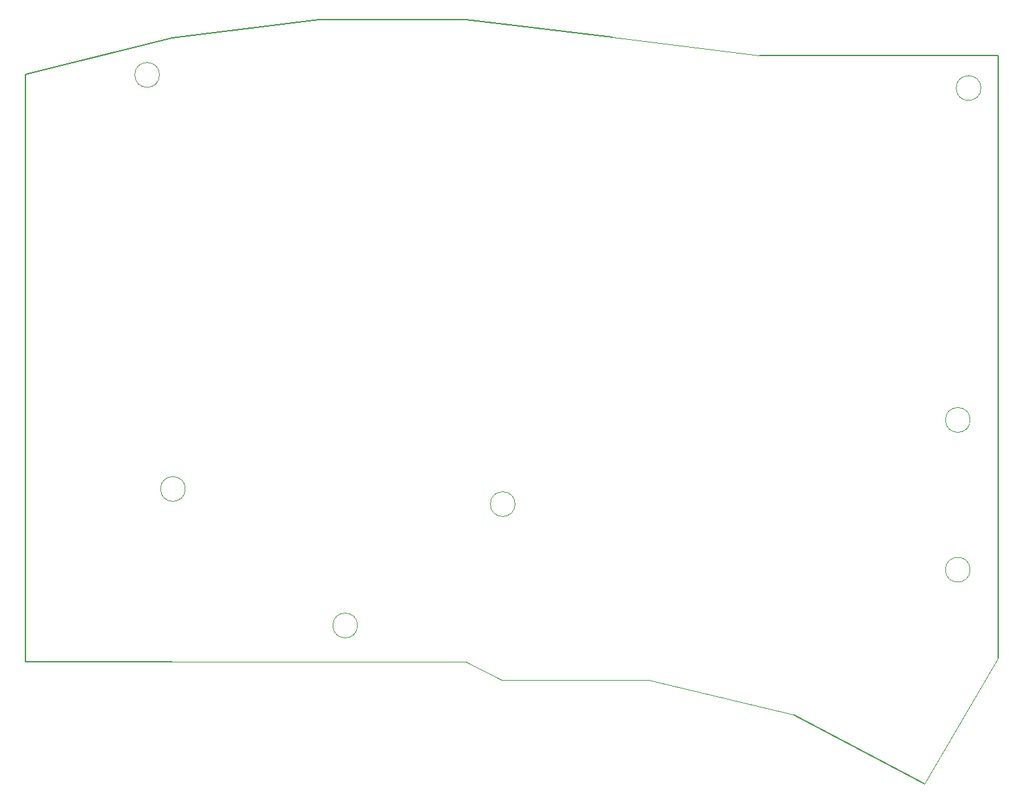
<source format=gbr>
%TF.GenerationSoftware,KiCad,Pcbnew,7.0.10*%
%TF.CreationDate,2024-09-26T01:26:01+09:00*%
%TF.ProjectId,keyboard_denchi_left,6b657962-6f61-4726-945f-64656e636869,rev?*%
%TF.SameCoordinates,Original*%
%TF.FileFunction,Profile,NP*%
%FSLAX46Y46*%
G04 Gerber Fmt 4.6, Leading zero omitted, Abs format (unit mm)*
G04 Created by KiCad (PCBNEW 7.0.10) date 2024-09-26 01:26:01*
%MOMM*%
%LPD*%
G01*
G04 APERTURE LIST*
%TA.AperFunction,Profile*%
%ADD10C,0.100000*%
%TD*%
%TA.AperFunction,Profile*%
%ADD11C,0.200000*%
%TD*%
G04 APERTURE END LIST*
D10*
X94869000Y-131876412D02*
X132969000Y-131876412D01*
X156718000Y-134289412D02*
X137668000Y-134289412D01*
D11*
X132969000Y-48564412D02*
X152019000Y-50850412D01*
X113919000Y-48564412D02*
X132969000Y-48564412D01*
D10*
X198456437Y-119938412D02*
G75*
G03*
X195243563Y-119938412I-1606437J0D01*
G01*
X195243563Y-119938412D02*
G75*
G03*
X198456437Y-119938412I1606437J0D01*
G01*
X152019000Y-50850412D02*
X171069000Y-53263412D01*
X198456437Y-100507412D02*
G75*
G03*
X195243563Y-100507412I-1606437J0D01*
G01*
X195243563Y-100507412D02*
G75*
G03*
X198456437Y-100507412I1606437J0D01*
G01*
D11*
X202057000Y-53263412D02*
X202057000Y-131368412D01*
D10*
X132969000Y-131876412D02*
X137668000Y-134289412D01*
X175514000Y-138734412D02*
X156718000Y-134289412D01*
X202057000Y-131368412D02*
X192532000Y-147751412D01*
D11*
X171069000Y-53263412D02*
X202057000Y-53263412D01*
X94869000Y-131876412D02*
X75819000Y-131876412D01*
D10*
X93255874Y-55746000D02*
G75*
G03*
X90043000Y-55746000I-1606437J0D01*
G01*
X90043000Y-55746000D02*
G75*
G03*
X93255874Y-55746000I1606437J0D01*
G01*
D11*
X75819000Y-131876412D02*
X75819000Y-55676412D01*
D10*
X96602437Y-109467000D02*
G75*
G03*
X93389563Y-109467000I-1606437J0D01*
G01*
X93389563Y-109467000D02*
G75*
G03*
X96602437Y-109467000I1606437J0D01*
G01*
D11*
X94869000Y-50977412D02*
X113919000Y-48564412D01*
X192532000Y-147751412D02*
X175514000Y-138734412D01*
D10*
X118954437Y-127177412D02*
G75*
G03*
X115741563Y-127177412I-1606437J0D01*
G01*
X115741563Y-127177412D02*
G75*
G03*
X118954437Y-127177412I1606437J0D01*
G01*
X139401437Y-111429412D02*
G75*
G03*
X136188563Y-111429412I-1606437J0D01*
G01*
X136188563Y-111429412D02*
G75*
G03*
X139401437Y-111429412I1606437J0D01*
G01*
X199853437Y-57454412D02*
G75*
G03*
X196640563Y-57454412I-1606437J0D01*
G01*
X196640563Y-57454412D02*
G75*
G03*
X199853437Y-57454412I1606437J0D01*
G01*
D11*
X75819000Y-55676412D02*
X94869000Y-50977412D01*
M02*

</source>
